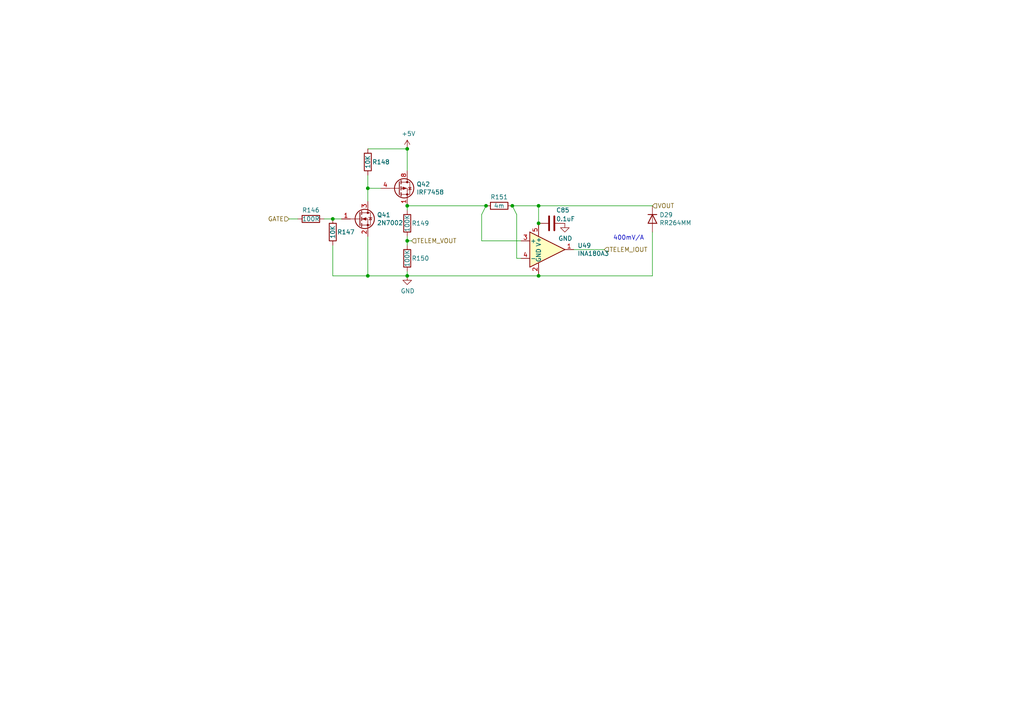
<source format=kicad_sch>
(kicad_sch (version 20211123) (generator eeschema)
  (paper "A4")
  (title_block (title "TJ Custom EPS") (rev "0.1") (company "TJHSST Nanosatellite Club") (comment 1 "5V PDM") (comment 2 "Provides Current and Voltage telemetry, and high side switch") (comment 4 "Engineer: Alan Hsu"))
  (lib_symbols
    (symbol "Amplifier_Current:INA138" (pin_names (offset 0.127))
      (property "Reference" "U" (at 3.81 5.08 0))
      (property "Value" "INA138" (at 3.81 2.54 0))
      (symbol "INA138_0_1"
        (polyline (pts (xy -5.08 5.08) (xy 5.08 0) (xy -5.08 -5.08) (xy -5.08 5.08)) (stroke (width 0.254)) (fill (type background)))
      )
      (symbol "INA138_1_1"
        (pin output line (at 7.62 0 180) (length 2.54) (name "~") (number "1"))
        (pin power_in line (at -2.54 -7.62 90) (length 3.81) (name "GND") (number "2"))
        (pin input line (at -7.62 2.54 0) (length 2.54) (name "+") (number "3"))
        (pin input line (at -7.62 -2.54 0) (length 2.54) (name "-") (number "4"))
        (pin power_in line (at -2.54 7.62 270) (length 3.81) (name "V+") (number "5"))
      )
    )
    (symbol "Device:C" (pin_numbers hide) (pin_names (offset 0.254))
      (property "Reference" "C" (at 0.635 2.54 0))
      (property "Value" "C" (at 0.635 -2.54 0))
      (symbol "C_0_1"
        (polyline (pts (xy -2.032 -0.762) (xy 2.032 -0.762)) (stroke (width 0.508)))
        (polyline (pts (xy -2.032 0.762) (xy 2.032 0.762)) (stroke (width 0.508)))
      )
      (symbol "C_1_1"
        (pin passive line (at 0 3.81 270) (length 2.794) (name "~") (number "1"))
        (pin passive line (at 0 -3.81 90) (length 2.794) (name "~") (number "2"))
      )
    )
    (symbol "Device:D" (pin_numbers hide) (pin_names (offset 1.016) hide)
      (property "Reference" "D" (at 0 2.54 0))
      (property "Value" "D" (at 0 -2.54 0))
      (symbol "D_0_1"
        (polyline (pts (xy -1.27 1.27) (xy -1.27 -1.27)) (stroke (width 0.254)))
        (polyline (pts (xy 1.27 0) (xy -1.27 0)))
        (polyline (pts (xy 1.27 1.27) (xy 1.27 -1.27) (xy -1.27 0) (xy 1.27 1.27)) (stroke (width 0.254)))
      )
      (symbol "D_1_1"
        (pin passive line (at -3.81 0 0) (length 2.54) (name "K") (number "1"))
        (pin passive line (at 3.81 0 180) (length 2.54) (name "A") (number "2"))
      )
    )
    (symbol "Device:R" (pin_numbers hide) (pin_names (offset 0))
      (property "Reference" "R" (at 2.032 0 90))
      (property "Value" "R" (at 0 0 90))
      (symbol "R_0_1"
        (rectangle (start -1.016 -2.54) (end 1.016 2.54) (stroke (width 0.254)))
      )
      (symbol "R_1_1"
        (pin passive line (at 0 3.81 270) (length 1.27) (name "~") (number "1"))
        (pin passive line (at 0 -3.81 90) (length 1.27) (name "~") (number "2"))
      )
    )
    (symbol "Transistor_FET:2N7002" (pin_names hide)
      (property "Reference" "Q" (at 5.08 1.905 0))
      (property "Value" "2N7002" (at 5.08 0 0))
      (symbol "2N7002_0_1"
        (polyline (pts (xy 0.254 0) (xy -2.54 0)))
        (polyline (pts (xy 0.254 1.905) (xy 0.254 -1.905)) (stroke (width 0.254)))
        (polyline (pts (xy 0.762 -1.27) (xy 0.762 -2.286)) (stroke (width 0.254)))
        (polyline (pts (xy 0.762 0.508) (xy 0.762 -0.508)) (stroke (width 0.254)))
        (polyline (pts (xy 0.762 2.286) (xy 0.762 1.27)) (stroke (width 0.254)))
        (polyline (pts (xy 2.54 2.54) (xy 2.54 1.778)))
        (polyline (pts (xy 2.54 -2.54) (xy 2.54 0) (xy 0.762 0)))
        (polyline (pts (xy 0.762 -1.778) (xy 3.302 -1.778) (xy 3.302 1.778) (xy 0.762 1.778)))
        (polyline (pts (xy 1.016 0) (xy 2.032 0.381) (xy 2.032 -0.381) (xy 1.016 0)) (fill (type outline)))
        (polyline (pts (xy 2.794 0.508) (xy 2.921 0.381) (xy 3.683 0.381) (xy 3.81 0.254)))
        (polyline (pts (xy 3.302 0.381) (xy 2.921 -0.254) (xy 3.683 -0.254) (xy 3.302 0.381)))
        (circle (center 1.651 0) (radius 2.794) (stroke (width 0.254)))
        (circle (center 2.54 -1.778) (radius 0.254) (fill (type outline)))
        (circle (center 2.54 1.778) (radius 0.254) (fill (type outline)))
      )
      (symbol "2N7002_1_1"
        (pin input line (at -5.08 0 0) (length 2.54) (name "G") (number "1"))
        (pin passive line (at 2.54 -5.08 90) (length 2.54) (name "S") (number "2"))
        (pin passive line (at 2.54 5.08 270) (length 2.54) (name "D") (number "3"))
      )
    )
    (symbol "Transistor_FET:IRF7404" (pin_names hide)
      (property "Reference" "Q" (at 5.08 1.905 0))
      (property "Value" "IRF7404" (at 5.08 0 0))
      (symbol "IRF7404_0_1"
        (polyline (pts (xy 0.254 0) (xy -2.54 0)))
        (polyline (pts (xy 0.254 1.905) (xy 0.254 -1.905)) (stroke (width 0.254)))
        (polyline (pts (xy 0.762 -1.27) (xy 0.762 -2.286)) (stroke (width 0.254)))
        (polyline (pts (xy 0.762 0.508) (xy 0.762 -0.508)) (stroke (width 0.254)))
        (polyline (pts (xy 0.762 2.286) (xy 0.762 1.27)) (stroke (width 0.254)))
        (polyline (pts (xy 2.54 2.54) (xy 2.54 1.778)))
        (polyline (pts (xy 2.54 -2.54) (xy 2.54 0) (xy 0.762 0)))
        (polyline (pts (xy 0.762 1.778) (xy 3.302 1.778) (xy 3.302 -1.778) (xy 0.762 -1.778)))
        (polyline (pts (xy 2.286 0) (xy 1.27 0.381) (xy 1.27 -0.381) (xy 2.286 0)) (fill (type outline)))
        (polyline (pts (xy 2.794 -0.508) (xy 2.921 -0.381) (xy 3.683 -0.381) (xy 3.81 -0.254)))
        (polyline (pts (xy 3.302 -0.381) (xy 2.921 0.254) (xy 3.683 0.254) (xy 3.302 -0.381)))
        (circle (center 1.651 0) (radius 2.794) (stroke (width 0.254)))
        (circle (center 2.54 -1.778) (radius 0.254) (fill (type outline)))
        (circle (center 2.54 1.778) (radius 0.254) (fill (type outline)))
      )
      (symbol "IRF7404_1_1"
        (pin passive line (at 2.54 -5.08 90) (length 2.54) (name "S") (number "1"))
        (pin passive line (at 2.54 -5.08 90) (length 2.54) hide (name "S") (number "2"))
        (pin passive line (at 2.54 -5.08 90) (length 2.54) hide (name "S") (number "3"))
        (pin passive line (at -5.08 0 0) (length 2.54) (name "G") (number "4"))
        (pin passive line (at 2.54 5.08 270) (length 2.54) hide (name "D") (number "5"))
        (pin passive line (at 2.54 5.08 270) (length 2.54) hide (name "D") (number "6"))
        (pin passive line (at 2.54 5.08 270) (length 2.54) hide (name "D") (number "7"))
        (pin passive line (at 2.54 5.08 270) (length 2.54) (name "D") (number "8"))
      )
    )
    (symbol "power:+5V" (power) (pin_names (offset 0))
      (property "Value" "+5V" (at 0 3.556 0))
      (symbol "+5V_0_1"
        (polyline (pts (xy -0.762 1.27) (xy 0 2.54)))
        (polyline (pts (xy 0 0) (xy 0 2.54)))
        (polyline (pts (xy 0 2.54) (xy 0.762 1.27)))
      )
      (symbol "+5V_1_1"
        (pin power_in line (at 0 0 90) (length 0) hide (name "+5V") (number "1"))
      )
    )
    (symbol "power:GND" (power) (pin_names (offset 0))
      (property "Value" "GND" (at 0 -3.81 0))
      (symbol "GND_0_1"
        (polyline (pts (xy 0 0) (xy 0 -1.27) (xy 1.27 -1.27) (xy 0 -2.54) (xy -1.27 -1.27) (xy 0 -1.27)))
      )
      (symbol "GND_1_1"
        (pin power_in line (at 0 0 270) (length 0) hide (name "GND") (number "1"))
      )
    )
  )
  (junction (at 106.68 80.01))
  (junction (at 106.68 54.61))
  (junction (at 156.21 64.77))
  (junction (at 118.11 80.01))
  (junction (at 148.59 59.69))
  (junction (at 118.11 59.69))
  (junction (at 118.11 69.85))
  (junction (at 156.21 59.69))
  (junction (at 118.11 43.18))
  (junction (at 156.21 80.01))
  (junction (at 140.97 59.69))
  (junction (at 96.52 63.5))
  (wire (pts (xy 149.86 62.23) (xy 148.59 59.69)))
  (wire (pts (xy 96.52 71.12) (xy 96.52 80.01)))
  (wire (pts (xy 106.68 54.61) (xy 106.68 58.42)))
  (wire (pts (xy 118.11 60.96) (xy 118.11 59.69)))
  (wire (pts (xy 140.97 59.69) (xy 139.7 62.23)))
  (wire (pts (xy 118.11 69.85) (xy 118.11 71.12)))
  (wire (pts (xy 118.11 49.53) (xy 118.11 43.18)))
  (wire (pts (xy 93.98 63.5) (xy 96.52 63.5)))
  (wire (pts (xy 149.86 62.23) (xy 149.86 74.93)))
  (wire (pts (xy 106.68 50.8) (xy 106.68 54.61)))
  (wire (pts (xy 139.7 62.23) (xy 139.7 69.85)))
  (wire (pts (xy 96.52 63.5) (xy 99.06 63.5)))
  (wire (pts (xy 83.82 63.5) (xy 86.36 63.5)))
  (wire (pts (xy 118.11 69.85) (xy 119.38 69.85)))
  (wire (pts (xy 156.21 59.69) (xy 189.23 59.69)))
  (wire (pts (xy 156.21 64.77) (xy 156.21 59.69)))
  (wire (pts (xy 148.59 59.69) (xy 156.21 59.69)))
  (wire (pts (xy 118.11 68.58) (xy 118.11 69.85)))
  (wire (pts (xy 118.11 59.69) (xy 140.97 59.69)))
  (wire (pts (xy 106.68 80.01) (xy 118.11 80.01)))
  (wire (pts (xy 118.11 80.01) (xy 156.21 80.01)))
  (wire (pts (xy 149.86 74.93) (xy 151.13 74.93)))
  (wire (pts (xy 118.11 78.74) (xy 118.11 80.01)))
  (wire (pts (xy 110.49 54.61) (xy 106.68 54.61)))
  (wire (pts (xy 106.68 43.18) (xy 118.11 43.18)))
  (wire (pts (xy 96.52 80.01) (xy 106.68 80.01)))
  (wire (pts (xy 166.37 72.39) (xy 175.26 72.39)))
  (wire (pts (xy 156.21 80.01) (xy 189.23 80.01)))
  (wire (pts (xy 106.68 68.58) (xy 106.68 80.01)))
  (wire (pts (xy 139.7 69.85) (xy 151.13 69.85)))
  (wire (pts (xy 189.23 67.31) (xy 189.23 80.01)))
  (text "400mV/A" (at 177.8 69.85 0) (effects (font (size 1.27 1.27)) (justify left bottom)))
  (hierarchical_label "GATE" (shape input) (at 83.82 63.5 180))
  (hierarchical_label "VOUT" (shape input) (at 189.23 59.69 0))
  (hierarchical_label "TELEM_IOUT" (shape input) (at 175.26 72.39 0))
  (hierarchical_label "TELEM_VOUT" (shape input) (at 119.38 69.85 0))
  (symbol (lib_id "power:+5V") (at 118.11 43.18 0) (unit 1)
    (property "Reference" "#PWR0135" (effects hide))
    (property "Value" "+5V" (at 118.491 38.7858 0))
  )
  (symbol (lib_id "Transistor_FET:IRF7404") (at 115.57 54.61 0) (unit 1)
    (property "Reference" "Q42" (at 120.777 53.4416 0) (effects (justify left)))
    (property "Value" "IRF7458" (at 120.777 55.753 0) (effects (justify left)))
    (property "Footprint" "Package_SO:SOIC-8_3.9x4.9mm_P1.27mm" (effects hide))
    (property "Datasheet" "http://www.infineon.com/dgdl/irf7404.pdf?fileId=5546d462533600a4015355fa2b5b1b9e" (effects hide))
  )
  (symbol (lib_id "Transistor_FET:2N7002") (at 104.14 63.5 0) (unit 1)
    (property "Reference" "Q41" (at 109.3216 62.3316 0) (effects (justify left)))
    (property "Value" "2N7002" (at 109.3216 64.643 0) (effects (justify left)))
    (property "Footprint" "Package_TO_SOT_SMD:SOT-23" (effects hide))
    (property "Datasheet" "https://www.onsemi.com/pub/Collateral/NDS7002A-D.PDF" (effects hide))
  )
  (symbol (lib_id "Device:R") (at 106.68 46.99 0) (unit 1)
    (property "Reference" "R148" (at 107.95 46.99 0) (effects (justify left)))
    (property "Value" "10K" (at 106.68 46.99 90))
    (property "Footprint" "Resistor_SMD:R_0603_1608Metric" (effects hide))
  )
  (symbol (lib_id "Device:D") (at 189.23 63.5 270) (unit 1)
    (property "Reference" "D29" (at 191.262 62.3316 90) (effects (justify left)))
    (property "Value" "RR264MM" (at 191.262 64.643 90) (effects (justify left)))
    (property "Footprint" "Diode_SMD:D_SOD-123F" (effects hide))
  )
  (symbol (lib_id "Device:R") (at 90.17 63.5 270) (unit 1)
    (property "Reference" "R146" (at 90.17 60.96 90))
    (property "Value" "100R" (at 90.17 63.5 90))
    (property "Footprint" "Resistor_SMD:R_0603_1608Metric" (effects hide))
  )
  (symbol (lib_id "Device:R") (at 96.52 67.31 0) (unit 1)
    (property "Reference" "R147" (at 97.79 67.31 0) (effects (justify left)))
    (property "Value" "10K" (at 96.52 67.31 90))
    (property "Footprint" "Resistor_SMD:R_0603_1608Metric" (effects hide))
  )
  (symbol (lib_id "Device:R") (at 118.11 64.77 0) (unit 1)
    (property "Reference" "R149" (at 119.38 64.77 0) (effects (justify left)))
    (property "Value" "100K" (at 118.11 64.77 90))
    (property "Footprint" "Resistor_SMD:R_0603_1608Metric" (effects hide))
  )
  (symbol (lib_id "Device:R") (at 118.11 74.93 0) (unit 1)
    (property "Reference" "R150" (at 119.38 74.93 0) (effects (justify left)))
    (property "Value" "100K" (at 118.11 74.93 90))
    (property "Footprint" "Resistor_SMD:R_0603_1608Metric" (effects hide))
  )
  (symbol (lib_id "power:GND") (at 118.11 80.01 0) (unit 1)
    (property "Reference" "#PWR0136" (effects hide))
    (property "Value" "GND" (at 118.237 84.4042 0))
  )
  (symbol (lib_id "Device:R") (at 144.78 59.69 270) (unit 1)
    (property "Reference" "R151" (at 144.78 57.15 90))
    (property "Value" "4m" (at 144.78 59.69 90))
    (property "Footprint" "Resistor_SMD:R_1206_3216Metric" (effects hide))
  )
  (symbol (lib_id "Amplifier_Current:INA138") (at 158.75 72.39 0) (unit 1)
    (property "Reference" "U49" (at 167.4876 71.2216 0) (effects (justify left)))
    (property "Value" "INA180A3" (at 167.4876 73.533 0) (effects (justify left)))
    (property "Footprint" "Package_TO_SOT_SMD:SOT-23-5" (effects hide))
    (property "Datasheet" "http://www.ti.com/lit/ds/symlink/ina138.pdf" (effects hide))
  )
  (symbol (lib_id "Device:C") (at 160.02 64.77 90) (unit 1)
    (property "Reference" "C85" (at 161.29 60.96 90) (effects (justify right)))
    (property "Value" "0.1uF" (at 161.29 63.5 90) (effects (justify right)))
    (property "Footprint" "Capacitor_SMD:C_0603_1608Metric" (effects hide))
  )
  (symbol (lib_id "power:GND") (at 163.83 64.77 0) (unit 1)
    (property "Reference" "#PWR0137" (effects hide))
    (property "Value" "GND" (at 163.957 69.1642 0))
  )
)
</source>
